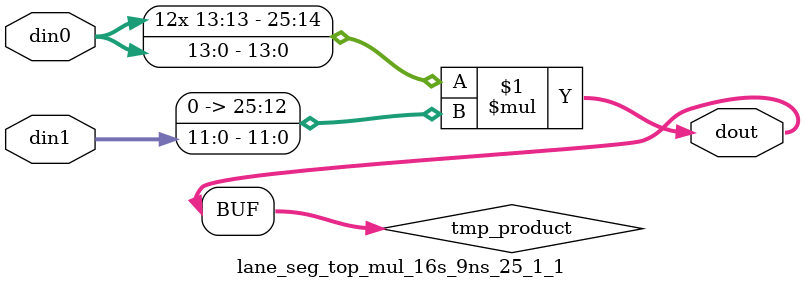
<source format=v>

`timescale 1 ns / 1 ps

  module lane_seg_top_mul_16s_9ns_25_1_1(din0, din1, dout);
parameter ID = 1;
parameter NUM_STAGE = 0;
parameter din0_WIDTH = 14;
parameter din1_WIDTH = 12;
parameter dout_WIDTH = 26;

input [din0_WIDTH - 1 : 0] din0; 
input [din1_WIDTH - 1 : 0] din1; 
output [dout_WIDTH - 1 : 0] dout;

wire signed [dout_WIDTH - 1 : 0] tmp_product;












assign tmp_product = $signed(din0) * $signed({1'b0, din1});









assign dout = tmp_product;







endmodule

</source>
